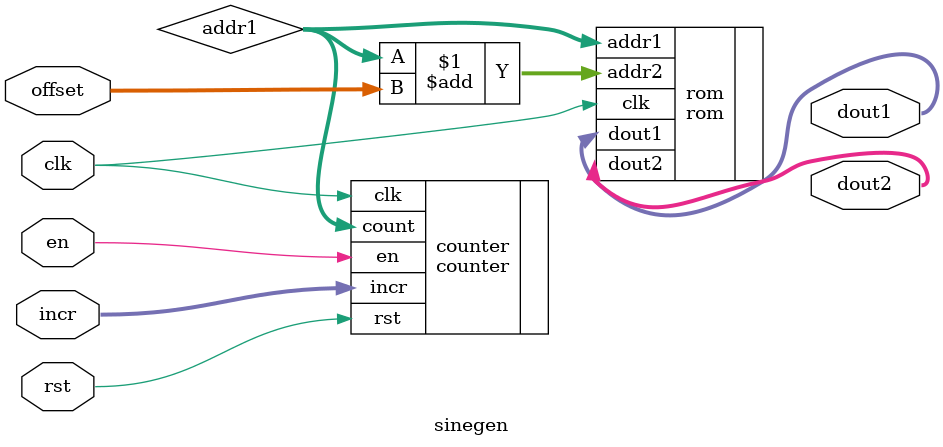
<source format=sv>
module sinegen(
    input logic [7:0] incr,
    input logic rst,
    input logic en,
    input logic clk,
    input logic [7:0] offset,
    output logic [7:0] dout1,
    output logic [7:0] dout2
);

    logic [7:0] addr1;

    counter counter(
        .clk(clk),
        .rst(rst),
        .en(en),
        .incr(incr),
        .count(addr1)
    );

    rom rom(
        .clk(clk),
        .addr1(addr1),
        .addr2(addr1 + offset),
        .dout1(dout1),
        .dout2(dout2)
    );

endmodule

</source>
